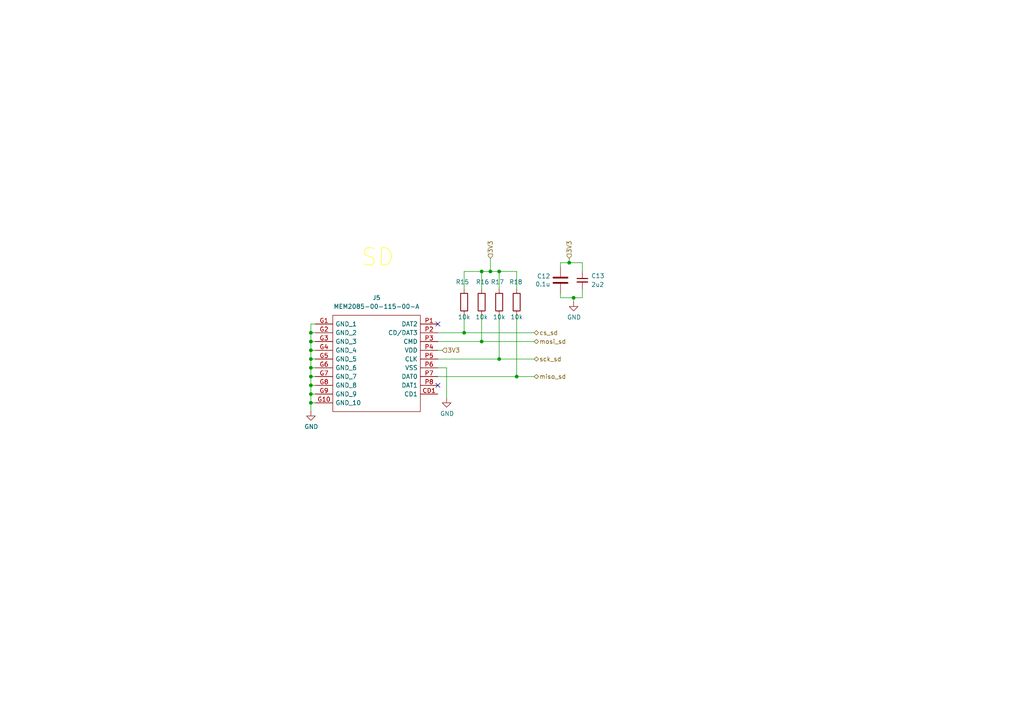
<source format=kicad_sch>
(kicad_sch (version 20250114) (generator "eeschema") (generator_version "9.0")
  (paper "A4")
  (lib_symbols
    (symbol "Device:C_Small" (pin_numbers (hide yes)) (pin_names (offset 0.254) (hide yes))
      (property "Reference" "C" (at 0.254 1.778 0))
      (property "Value" "C_Small" (at 0.254 -2.032 0))
      (symbol "C_Small_0_1"
        (polyline (pts (xy -1.524 0.508) (xy 1.524 0.508)) (stroke (width 0.3048)))
        (polyline (pts (xy -1.524 -0.508) (xy 1.524 -0.508)) (stroke (width 0.3302)))
      )
      (symbol "C_Small_1_1"
        (pin passive line (at 0 2.54 270) (length 2.032) (name "~") (number "1"))
        (pin passive line (at 0 -2.54 90) (length 2.032) (name "~") (number "2"))
      )
    )
    (symbol "SamacSys_Parts:MEM2085-00-115-00-A" (pin_names (offset 0.762))
      (property "Reference" "J" (at 31.75 7.62 0))
      (property "Value" "MEM2085-00-115-00-A" (at 31.75 5.08 0))
      (symbol "MEM2085-00-115-00-A_0_0"
        (pin passive line (at 0 0 0) (length 5.08) (name "GND_1") (number "G1"))
        (pin passive line (at 0 -2.54 0) (length 5.08) (name "GND_2") (number "G2"))
        (pin passive line (at 0 -5.08 0) (length 5.08) (name "GND_3") (number "G3"))
        (pin passive line (at 0 -7.62 0) (length 5.08) (name "GND_4") (number "G4"))
        (pin passive line (at 0 -10.16 0) (length 5.08) (name "GND_5") (number "G5"))
        (pin passive line (at 0 -12.7 0) (length 5.08) (name "GND_6") (number "G6"))
        (pin passive line (at 0 -15.24 0) (length 5.08) (name "GND_7") (number "G7"))
        (pin passive line (at 0 -17.78 0) (length 5.08) (name "GND_8") (number "G8"))
        (pin passive line (at 0 -20.32 0) (length 5.08) (name "GND_9") (number "G9"))
        (pin passive line (at 0 -22.86 0) (length 5.08) (name "GND_10") (number "G10"))
        (pin passive line (at 35.56 0 180) (length 5.08) (name "DAT2") (number "P1"))
        (pin passive line (at 35.56 -2.54 180) (length 5.08) (name "CD/DAT3") (number "P2"))
        (pin passive line (at 35.56 -5.08 180) (length 5.08) (name "CMD") (number "P3"))
        (pin passive line (at 35.56 -7.62 180) (length 5.08) (name "VDD") (number "P4"))
        (pin passive line (at 35.56 -10.16 180) (length 5.08) (name "CLK") (number "P5"))
        (pin passive line (at 35.56 -12.7 180) (length 5.08) (name "VSS") (number "P6"))
        (pin passive line (at 35.56 -15.24 180) (length 5.08) (name "DAT0") (number "P7"))
        (pin passive line (at 35.56 -17.78 180) (length 5.08) (name "DAT1") (number "P8"))
        (pin passive line (at 35.56 -20.32 180) (length 5.08) (name "CD1") (number "CD1"))
      )
      (symbol "MEM2085-00-115-00-A_0_1"
        (polyline (pts (xy 5.08 2.54) (xy 30.48 2.54) (xy 30.48 -25.4) (xy 5.08 -25.4) (xy 5.08 2.54)) (stroke (width 0.1524)))
      )
    )
    (symbol "SymbolsBalloonv4:C" (pin_numbers (hide yes)) (pin_names (offset 0.254))
      (property "Reference" "C" (at 0.635 2.54 0))
      (property "Value" "C" (at 0.635 -2.54 0))
      (symbol "C_0_1"
        (polyline (pts (xy -2.032 0.762) (xy 2.032 0.762)) (stroke (width 0.508)))
        (polyline (pts (xy -2.032 -0.762) (xy 2.032 -0.762)) (stroke (width 0.508)))
      )
      (symbol "C_1_1"
        (pin passive line (at 0 3.81 270) (length 2.794) (name "~") (number "1"))
        (pin passive line (at 0 -3.81 90) (length 2.794) (name "~") (number "2"))
      )
    )
    (symbol "SymbolsBalloonv4:GND" (power) (pin_numbers (hide yes)) (pin_names (offset 0) (hide yes))
      (property "Value" "GND" (at 0 -3.81 0))
      (symbol "GND_0_1"
        (polyline (pts (xy 0 0) (xy 0 -1.27) (xy 1.27 -1.27) (xy 0 -2.54) (xy -1.27 -1.27) (xy 0 -1.27)))
      )
      (symbol "GND_1_1"
        (pin power_in line (at 0 0 270) (length 0) (name "~") (number "1"))
      )
    )
    (symbol "SymbolsBalloonv4:R" (pin_numbers (hide yes)) (pin_names (offset 0))
      (property "Reference" "R" (at 2.032 0 90))
      (property "Value" "R" (at 0 0 90))
      (symbol "R_0_1"
        (rectangle (start -1.016 -2.54) (end 1.016 2.54) (stroke (width 0.254)))
      )
      (symbol "R_1_1"
        (pin passive line (at 0 3.81 270) (length 1.27) (name "~") (number "1"))
        (pin passive line (at 0 -3.81 90) (length 1.27) (name "~") (number "2"))
      )
    )
  )
  (text "SD" (at 114.554 77.724 0) (effects (font (size 5 5)) (justify right bottom)))
  (junction (at 139.7 78.74))
  (junction (at 90.17 99.06))
  (junction (at 166.37 86.36))
  (junction (at 90.17 104.14))
  (junction (at 90.17 111.76))
  (junction (at 90.17 109.22))
  (junction (at 144.78 78.74))
  (junction (at 134.62 96.52))
  (junction (at 90.17 114.3))
  (junction (at 90.17 101.6))
  (junction (at 165.1 76.2))
  (junction (at 139.7 99.06))
  (junction (at 142.24 78.74))
  (junction (at 144.78 104.14))
  (junction (at 149.86 109.22))
  (junction (at 90.17 96.52))
  (junction (at 90.17 106.68))
  (junction (at 90.17 116.84))
  (no_connect (at 127 111.76))
  (no_connect (at 127 93.98))
  (wire (pts (xy 144.78 78.74) (xy 149.86 78.74)))
  (wire (pts (xy 149.86 91.44) (xy 149.86 109.22)))
  (wire (pts (xy 90.17 96.52) (xy 90.17 99.06)))
  (wire (pts (xy 134.62 83.82) (xy 134.62 78.74)))
  (wire (pts (xy 90.17 101.6) (xy 90.17 104.14)))
  (wire (pts (xy 165.1 76.2) (xy 168.91 76.2)))
  (wire (pts (xy 134.62 91.44) (xy 134.62 96.52)))
  (wire (pts (xy 90.17 116.84) (xy 91.44 116.84)))
  (wire (pts (xy 168.91 76.2) (xy 168.91 78.74)))
  (wire (pts (xy 144.78 78.74) (xy 144.78 83.82)))
  (wire (pts (xy 168.91 83.82) (xy 168.91 86.36)))
  (wire (pts (xy 90.17 116.84) (xy 90.17 119.38)))
  (wire (pts (xy 90.17 111.76) (xy 90.17 114.3)))
  (wire (pts (xy 90.17 109.22) (xy 91.44 109.22)))
  (wire (pts (xy 134.62 96.52) (xy 127 96.52)))
  (wire (pts (xy 90.17 104.14) (xy 90.17 106.68)))
  (wire (pts (xy 90.17 114.3) (xy 90.17 116.84)))
  (wire (pts (xy 154.94 99.06) (xy 139.7 99.06)))
  (wire (pts (xy 90.17 93.98) (xy 90.17 96.52)))
  (wire (pts (xy 90.17 99.06) (xy 91.44 99.06)))
  (wire (pts (xy 134.62 78.74) (xy 139.7 78.74)))
  (wire (pts (xy 90.17 106.68) (xy 91.44 106.68)))
  (wire (pts (xy 90.17 106.68) (xy 90.17 109.22)))
  (wire (pts (xy 142.24 78.74) (xy 142.24 74.93)))
  (wire (pts (xy 166.37 87.63) (xy 166.37 86.36)))
  (wire (pts (xy 166.37 86.36) (xy 168.91 86.36)))
  (wire (pts (xy 162.56 86.36) (xy 166.37 86.36)))
  (wire (pts (xy 128.27 101.6) (xy 127 101.6)))
  (wire (pts (xy 90.17 93.98) (xy 91.44 93.98)))
  (wire (pts (xy 90.17 104.14) (xy 91.44 104.14)))
  (wire (pts (xy 139.7 91.44) (xy 139.7 99.06)))
  (wire (pts (xy 127 109.22) (xy 149.86 109.22)))
  (wire (pts (xy 134.62 96.52) (xy 154.94 96.52)))
  (wire (pts (xy 139.7 99.06) (xy 127 99.06)))
  (wire (pts (xy 129.54 106.68) (xy 127 106.68)))
  (wire (pts (xy 162.56 76.2) (xy 165.1 76.2)))
  (wire (pts (xy 162.56 86.36) (xy 162.56 85.09)))
  (wire (pts (xy 149.86 109.22) (xy 154.94 109.22)))
  (wire (pts (xy 90.17 114.3) (xy 91.44 114.3)))
  (wire (pts (xy 139.7 78.74) (xy 142.24 78.74)))
  (wire (pts (xy 149.86 78.74) (xy 149.86 83.82)))
  (wire (pts (xy 142.24 78.74) (xy 144.78 78.74)))
  (wire (pts (xy 90.17 101.6) (xy 91.44 101.6)))
  (wire (pts (xy 90.17 96.52) (xy 91.44 96.52)))
  (wire (pts (xy 90.17 111.76) (xy 91.44 111.76)))
  (wire (pts (xy 90.17 109.22) (xy 90.17 111.76)))
  (wire (pts (xy 162.56 77.47) (xy 162.56 76.2)))
  (wire (pts (xy 144.78 104.14) (xy 127 104.14)))
  (wire (pts (xy 139.7 83.82) (xy 139.7 78.74)))
  (wire (pts (xy 165.1 74.93) (xy 165.1 76.2)))
  (wire (pts (xy 90.17 99.06) (xy 90.17 101.6)))
  (wire (pts (xy 144.78 91.44) (xy 144.78 104.14)))
  (wire (pts (xy 129.54 115.57) (xy 129.54 106.68)))
  (wire (pts (xy 154.94 104.14) (xy 144.78 104.14)))
  (hierarchical_label "3V3" (shape input) (at 165.1 74.93 90))
  (hierarchical_label "3V3" (shape input) (at 142.24 74.93 90))
  (hierarchical_label "miso_sd" (shape bidirectional) (at 154.94 109.22 0))
  (hierarchical_label "mosi_sd" (shape bidirectional) (at 154.94 99.06 0))
  (hierarchical_label "cs_sd" (shape bidirectional) (at 154.94 96.52 0))
  (hierarchical_label "sck_sd" (shape bidirectional) (at 154.94 104.14 0))
  (hierarchical_label "3V3" (shape input) (at 128.27 101.6 0))
  (symbol (lib_id "SamacSys_Parts:MEM2085-00-115-00-A") (at 91.44 93.98 0) (unit 1)
    (property "Reference" "J5" (at 109.22 86.36 0))
    (property "Value" "MEM2085-00-115-00-A" (at 109.22 88.9 0))
    (property "Footprint" "SamacSys_Parts:MEM20850011500A" (effects (hide yes)))
    (property "Datasheet" "https://gct.co/files/drawings/mem2085.pdf" (effects (hide yes)))
    (property "Description" "Memory Card Connectors Micro SD Push Pull SMT 1.15mm No Peg" (effects (hide yes)))
    (property "Description_1" "Memory Card Connectors Micro SD Push Pull SMT 1.15mm No Peg" (effects (hide yes)))
    (property "Height" "1.35" (effects (hide yes)))
    (property "Mouser Part Number" "640-MEM20850011500A" (effects (hide yes)))
    (property "Mouser Price/Stock" "https://www.mouser.co.uk/ProductDetail/GCT/MEM2085-00-115-00-A?qs=rQFj71Wb1eWNkFUhuuvVIA%3D%3D" (effects (hide yes)))
    (property "Manufacturer_Name" "GCT (GLOBAL CONNECTOR TECHNOLOGY)" (effects (hide yes)))
    (property "Manufacturer_Part_Number" "MEM2085-00-115-00-A" (effects (hide yes)))
  )
  (symbol (lib_id "Device:C_Small") (at 168.91 81.28 0) (unit 1)
    (property "Reference" "C13" (at 171.45 80.0162 0) (effects (justify left)))
    (property "Value" "2u2" (at 171.45 82.5562 0) (effects (justify left)))
    (property "Footprint" "SamacSys_Parts:CAPC1608X90N" (effects (hide yes)))
    (property "Description" "Unpolarized capacitor, small symbol" (effects (hide yes)))
    (property "Height" "0.9" (effects (hide yes)))
    (property "Mouser Part Number" "963-LMK107BJ225KA-T" (effects (hide yes)))
    (property "Mouser Price/Stock" "https://www.mouser.co.uk/ProductDetail/TAIYO-YUDEN/LMK107BJ225KA-T?qs=PzICbMaShUe4zNAgzYNEdQ%3D%3D" (effects (hide yes)))
    (property "Manufacturer_Name" "TAIYO YUDEN" (effects (hide yes)))
    (property "Manufacturer_Part_Number" "LMK107BJ225KA-T" (effects (hide yes)))
  )
  (symbol (lib_id "SymbolsBalloonv4:R") (at 144.78 87.63 180) (unit 1)
    (property "Reference" "R17" (at 144.272 81.788 0))
    (property "Value" "10k" (at 144.78 91.948 0))
    (property "Footprint" "Resistor_SMD:R_0603_1608Metric_Pad0.98x0.95mm_HandSolder" (effects (hide yes)))
    (property "Description" "Resistor" (effects (hide yes)))
  )
  (symbol (lib_id "SymbolsBalloonv4:R") (at 139.7 87.63 180) (unit 1)
    (property "Reference" "R16" (at 139.954 81.788 0))
    (property "Value" "10k" (at 139.7 91.948 0))
    (property "Footprint" "Resistor_SMD:R_0603_1608Metric_Pad0.98x0.95mm_HandSolder" (effects (hide yes)))
    (property "Description" "Resistor" (effects (hide yes)))
  )
  (symbol (lib_id "SymbolsBalloonv4:GND") (at 90.17 119.38 0) (unit 1)
    (property "Reference" "#PWR011" (effects (hide yes)))
    (property "Value" "GND" (at 90.297 123.7742 0))
    (property "Description" "Power symbol creates a global label with name \"GND\" , ground" (effects (hide yes)))
  )
  (symbol (lib_id "SymbolsBalloonv4:R") (at 134.62 87.63 180) (unit 1)
    (property "Reference" "R15" (at 134.112 81.788 0))
    (property "Value" "10k" (at 134.62 91.948 0))
    (property "Footprint" "Resistor_SMD:R_0603_1608Metric_Pad0.98x0.95mm_HandSolder" (effects (hide yes)))
    (property "Description" "Resistor" (effects (hide yes)))
  )
  (symbol (lib_id "SymbolsBalloonv4:GND") (at 166.37 87.63 0) (unit 1)
    (property "Reference" "#PWR013" (effects (hide yes)))
    (property "Value" "GND" (at 166.497 92.0242 0))
    (property "Description" "Power symbol creates a global label with name \"GND\" , ground" (effects (hide yes)))
  )
  (symbol (lib_id "SymbolsBalloonv4:GND") (at 129.54 115.57 0) (unit 1)
    (property "Reference" "#PWR012" (effects (hide yes)))
    (property "Value" "GND" (at 129.667 119.9642 0))
    (property "Description" "Power symbol creates a global label with name \"GND\" , ground" (effects (hide yes)))
  )
  (symbol (lib_id "SymbolsBalloonv4:R") (at 149.86 87.63 180) (unit 1)
    (property "Reference" "R18" (at 149.606 81.788 0))
    (property "Value" "10k" (at 149.86 91.948 0))
    (property "Footprint" "Resistor_SMD:R_0603_1608Metric_Pad0.98x0.95mm_HandSolder" (effects (hide yes)))
    (property "Description" "Resistor" (effects (hide yes)))
  )
  (symbol (lib_id "SymbolsBalloonv4:C") (at 162.56 81.28 0) (mirror y) (unit 1)
    (property "Reference" "C12" (at 159.639 80.1116 0) (effects (justify left)))
    (property "Value" "0.1u" (at 159.639 82.423 0) (effects (justify left)))
    (property "Footprint" "Capacitor_SMD:C_0402_1005Metric_Pad0.74x0.62mm_HandSolder" (effects (hide yes)))
    (property "Description" "Unpolarized capacitor" (effects (hide yes)))
  )
)
</source>
